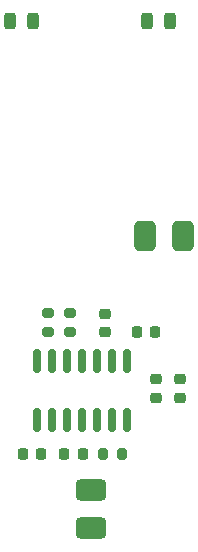
<source format=gbr>
%TF.GenerationSoftware,KiCad,Pcbnew,7.0.11*%
%TF.CreationDate,2025-03-07T22:39:11-08:00*%
%TF.ProjectId,enderman,656e6465-726d-4616-9e2e-6b696361645f,0.2*%
%TF.SameCoordinates,PX6ed1240PY84f1340*%
%TF.FileFunction,Paste,Top*%
%TF.FilePolarity,Positive*%
%FSLAX46Y46*%
G04 Gerber Fmt 4.6, Leading zero omitted, Abs format (unit mm)*
G04 Created by KiCad (PCBNEW 7.0.11) date 2025-03-07 22:39:11*
%MOMM*%
%LPD*%
G01*
G04 APERTURE LIST*
G04 Aperture macros list*
%AMRoundRect*
0 Rectangle with rounded corners*
0 $1 Rounding radius*
0 $2 $3 $4 $5 $6 $7 $8 $9 X,Y pos of 4 corners*
0 Add a 4 corners polygon primitive as box body*
4,1,4,$2,$3,$4,$5,$6,$7,$8,$9,$2,$3,0*
0 Add four circle primitives for the rounded corners*
1,1,$1+$1,$2,$3*
1,1,$1+$1,$4,$5*
1,1,$1+$1,$6,$7*
1,1,$1+$1,$8,$9*
0 Add four rect primitives between the rounded corners*
20,1,$1+$1,$2,$3,$4,$5,0*
20,1,$1+$1,$4,$5,$6,$7,0*
20,1,$1+$1,$6,$7,$8,$9,0*
20,1,$1+$1,$8,$9,$2,$3,0*%
G04 Aperture macros list end*
%ADD10RoundRect,0.243750X0.243750X0.456250X-0.243750X0.456250X-0.243750X-0.456250X0.243750X-0.456250X0*%
%ADD11RoundRect,0.225000X0.225000X0.250000X-0.225000X0.250000X-0.225000X-0.250000X0.225000X-0.250000X0*%
%ADD12RoundRect,0.225000X-0.225000X-0.250000X0.225000X-0.250000X0.225000X0.250000X-0.225000X0.250000X0*%
%ADD13RoundRect,0.400000X0.900000X-0.500000X0.900000X0.500000X-0.900000X0.500000X-0.900000X-0.500000X0*%
%ADD14RoundRect,0.225000X0.250000X-0.225000X0.250000X0.225000X-0.250000X0.225000X-0.250000X-0.225000X0*%
%ADD15RoundRect,0.400000X-0.500000X-0.900000X0.500000X-0.900000X0.500000X0.900000X-0.500000X0.900000X0*%
%ADD16RoundRect,0.200000X0.200000X0.275000X-0.200000X0.275000X-0.200000X-0.275000X0.200000X-0.275000X0*%
%ADD17RoundRect,0.150000X-0.150000X0.825000X-0.150000X-0.825000X0.150000X-0.825000X0.150000X0.825000X0*%
%ADD18RoundRect,0.200000X0.275000X-0.200000X0.275000X0.200000X-0.275000X0.200000X-0.275000X-0.200000X0*%
%ADD19RoundRect,0.243750X-0.243750X-0.456250X0.243750X-0.456250X0.243750X0.456250X-0.243750X0.456250X0*%
%ADD20RoundRect,0.225000X-0.250000X0.225000X-0.250000X-0.225000X0.250000X-0.225000X0.250000X0.225000X0*%
G04 APERTURE END LIST*
D10*
%TO.C,D1*%
X17537500Y92200000D03*
X15662500Y92200000D03*
%TD*%
D11*
%TO.C,C3*%
X21775000Y55600000D03*
X20225000Y55600000D03*
%TD*%
D12*
%TO.C,C5*%
X26357500Y65875000D03*
X27907500Y65875000D03*
%TD*%
D13*
%TO.C,R2*%
X22500000Y49275000D03*
X22500000Y52475000D03*
%TD*%
D14*
%TO.C,C4*%
X23682500Y65900000D03*
X23682500Y67450000D03*
%TD*%
D15*
%TO.C,R3*%
X27075000Y74030000D03*
X30275000Y74030000D03*
%TD*%
D14*
%TO.C,C1*%
X30000000Y60325000D03*
X30000000Y61875000D03*
%TD*%
D16*
%TO.C,R1*%
X25125000Y55600000D03*
X23475000Y55600000D03*
%TD*%
D17*
%TO.C,U1*%
X25510000Y63400000D03*
X24240000Y63400000D03*
X22970000Y63400000D03*
X21700000Y63400000D03*
X20430000Y63400000D03*
X19160000Y63400000D03*
X17890000Y63400000D03*
X17890000Y58450000D03*
X19160000Y58450000D03*
X20430000Y58450000D03*
X21700000Y58450000D03*
X22970000Y58450000D03*
X24240000Y58450000D03*
X25510000Y58450000D03*
%TD*%
D18*
%TO.C,R5*%
X18800000Y65875000D03*
X18800000Y67525000D03*
%TD*%
D19*
%TO.C,D2*%
X27262500Y92200000D03*
X29137500Y92200000D03*
%TD*%
D18*
%TO.C,R6*%
X20700000Y65850000D03*
X20700000Y67500000D03*
%TD*%
D20*
%TO.C,C6*%
X28000000Y61875000D03*
X28000000Y60325000D03*
%TD*%
D11*
%TO.C,C2*%
X18275000Y55600000D03*
X16725000Y55600000D03*
%TD*%
M02*

</source>
